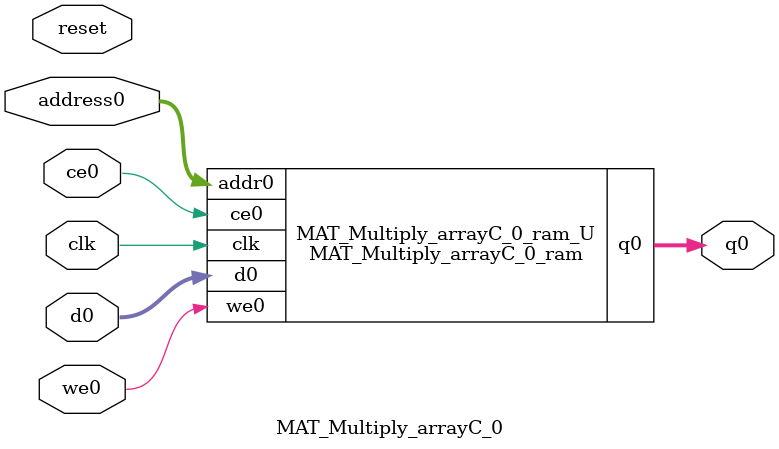
<source format=v>

`timescale 1 ns / 1 ps
module MAT_Multiply_arrayC_0_ram (addr0, ce0, d0, we0, q0,  clk);

parameter DWIDTH = 64;
parameter AWIDTH = 19;
parameter MEM_SIZE = 500000;

input[AWIDTH-1:0] addr0;
input ce0;
input[DWIDTH-1:0] d0;
input we0;
output wire[DWIDTH-1:0] q0;
input clk;

(* ram_style = "block" *)reg [DWIDTH-1:0] ram[MEM_SIZE-1:0];
wire [AWIDTH-1:0] addr0_t0; 
(* EQUIVALENT_REGISTER_REMOVAL="NO" *)reg [AWIDTH-1:0] addr0_t1; 
wire [DWIDTH-1:0] d0_t0; 
wire we0_t0; 
(* EQUIVALENT_REGISTER_REMOVAL="NO" *)reg [DWIDTH-1:0] d0_t1; 
(* EQUIVALENT_REGISTER_REMOVAL="NO" *)reg we0_t1; 
reg [DWIDTH-1:0] q0_t0;
reg [DWIDTH-1:0] q0_t1;


assign addr0_t0 = addr0;
assign d0_t0 = d0;
assign we0_t0 = we0;
assign q0 = q0_t1;

always @(posedge clk)  
begin
    if (ce0) 
    begin
        addr0_t1 <= addr0_t0; 
        d0_t1 <= d0_t0;
        we0_t1 <= we0_t0;
        q0_t1 <= q0_t0;
    end
end


always @(posedge clk)  
begin 
    if (ce0) 
    begin
        if (we0_t1) 
        begin 
            ram[addr0_t1] <= d0_t1; 
            q0_t0 <= d0_t1;
        end 
        else 
            q0_t0 <= ram[addr0_t1];
    end
end


endmodule


`timescale 1 ns / 1 ps
module MAT_Multiply_arrayC_0(
    reset,
    clk,
    address0,
    ce0,
    we0,
    d0,
    q0);

parameter DataWidth = 32'd64;
parameter AddressRange = 32'd500000;
parameter AddressWidth = 32'd19;
input reset;
input clk;
input[AddressWidth - 1:0] address0;
input ce0;
input we0;
input[DataWidth - 1:0] d0;
output[DataWidth - 1:0] q0;



MAT_Multiply_arrayC_0_ram MAT_Multiply_arrayC_0_ram_U(
    .clk( clk ),
    .addr0( address0 ),
    .ce0( ce0 ),
    .d0( d0 ),
    .we0( we0 ),
    .q0( q0 ));

endmodule


</source>
